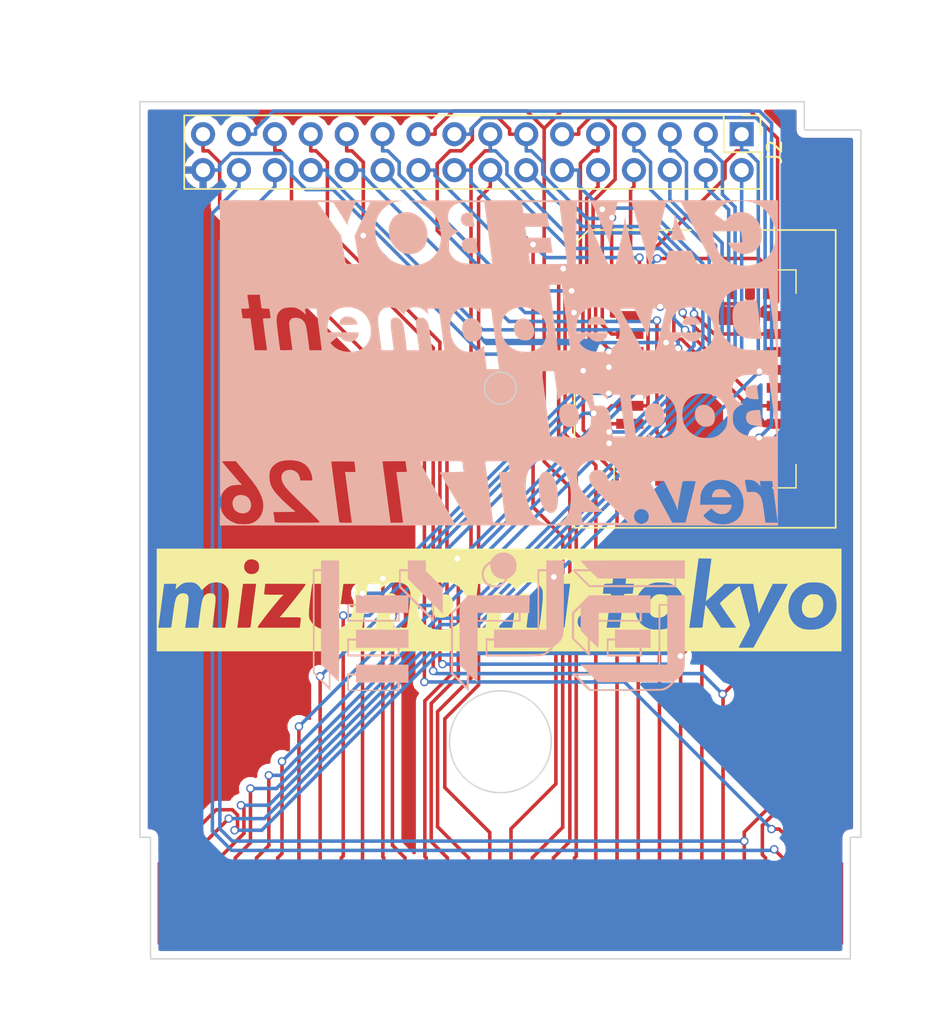
<source format=kicad_pcb>
(kicad_pcb (version 4) (host pcbnew 4.0.6)
  (layers (0 F.Cu signal) (31 B.Cu signal) (34 B.Paste user) (35 F.Paste user) (36 B.SilkS user) (37 F.SilkS user) (38 B.Mask user) (39 F.Mask user) (44 Edge.Cuts user))
  (net 0 "")
  (net 1 /RESET)
  (net 2 /CE)
  (net 3 A15)
  (net 4 A12)
  (net 5 A14)
  (net 6 A7)
  (net 7 A6)
  (net 8 A5)
  (net 9 A4)
  (net 10 A3)
  (net 11 A2)
  (net 12 A1)
  (net 13 A0)
  (net 14 D0)
  (net 15 D1)
  (net 16 D2)
  (net 17 D3)
  (net 18 D4)
  (net 19 D5)
  (net 20 D6)
  (net 21 D7)
  (net 22 A10)
  (net 23 A11)
  (net 24 A9)
  (net 25 A8)
  (net 26 A13)
  (net 27 CLK)
  (net 28 WR)
  (net 29 RD)
  (net 30 CS)
  (net 31 RESET)
  (net 32 AUDIO)
  (module Housings_LCC:PLCC-32_SMD-Socket (layer F.Cu) (at 152.997 92.3184)
    (fp_text reference J1 (at 0 -11.375) (layer F.SilkS))
    (fp_text value PLCC)
    (pad 1 smd rect (at -0.635 -6.5925) (size 0.7 1.925) (layers F.Cu F.Paste F.Mask) (net 1 /RESET))
    (pad 2 smd rect (at -1.905 -6.5925) (size 0.7 1.925) (layers F.Cu F.Paste F.Mask) (net 2 /CE))
    (pad 3 smd rect (at -3.175 -6.5925) (size 0.7 1.925) (layers F.Cu F.Paste F.Mask) (net 3 A15))
    (pad 4 smd rect (at -4.445 -6.5925) (size 0.7 1.925) (layers F.Cu F.Paste F.Mask) (net 4 A12))
    (pad 32 smd rect (at 0.635 -6.5925) (size 0.7 1.925) (layers F.Cu F.Paste F.Mask) (net 1 /RESET))
    (pad 31 smd rect (at 1.905 -6.5925) (size 0.7 1.925) (layers F.Cu F.Paste F.Mask) (net 1 /RESET))
    (pad 30 smd rect (at 3.175 -6.5925) (size 0.7 1.925) (layers F.Cu F.Paste F.Mask) (net 2 /CE))
    (pad 29 smd rect (at 4.445 -6.5925) (size 0.7 1.925) (layers F.Cu F.Paste F.Mask) (net 5 A14))
    (pad 5 smd rect (at -5.3225 -4.445) (size 1.925 0.7) (layers F.Cu F.Paste F.Mask) (net 6 A7))
    (pad 6 smd rect (at -5.3225 -3.175) (size 1.925 0.7) (layers F.Cu F.Paste F.Mask) (net 7 A6))
    (pad 7 smd rect (at -5.3225 -1.905) (size 1.925 0.7) (layers F.Cu F.Paste F.Mask) (net 8 A5))
    (pad 8 smd rect (at -5.3225 -0.635) (size 1.925 0.7) (layers F.Cu F.Paste F.Mask) (net 9 A4))
    (pad 9 smd rect (at -5.3225 0.635) (size 1.925 0.7) (layers F.Cu F.Paste F.Mask) (net 10 A3))
    (pad 10 smd rect (at -5.3225 1.905) (size 1.925 0.7) (layers F.Cu F.Paste F.Mask) (net 11 A2))
    (pad 11 smd rect (at -5.3225 3.175) (size 1.925 0.7) (layers F.Cu F.Paste F.Mask) (net 12 A1))
    (pad 12 smd rect (at -5.3225 4.445) (size 1.925 0.7) (layers F.Cu F.Paste F.Mask) (net 13 A0))
    (pad 13 smd rect (at -4.445 6.5925) (size 0.7 1.925) (layers F.Cu F.Paste F.Mask) (net 14 D0))
    (pad 14 smd rect (at -3.175 6.5925) (size 0.7 1.925) (layers F.Cu F.Paste F.Mask) (net 15 D1))
    (pad 15 smd rect (at -1.905 6.5925) (size 0.7 1.925) (layers F.Cu F.Paste F.Mask) (net 16 D2))
    (pad 16 smd rect (at -0.635 6.5925) (size 0.7 1.925) (layers F.Cu F.Paste F.Mask) (net 2 /CE))
    (pad 17 smd rect (at 0.635 6.5925) (size 0.7 1.925) (layers F.Cu F.Paste F.Mask) (net 17 D3))
    (pad 18 smd rect (at 1.905 6.5925) (size 0.7 1.925) (layers F.Cu F.Paste F.Mask) (net 18 D4))
    (pad 19 smd rect (at 3.175 6.5925) (size 0.7 1.925) (layers F.Cu F.Paste F.Mask) (net 19 D5))
    (pad 20 smd rect (at 4.445 6.5925) (size 0.7 1.925) (layers F.Cu F.Paste F.Mask) (net 20 D6))
    (pad 21 smd rect (at 5.3225 4.445) (size 1.925 0.7) (layers F.Cu F.Paste F.Mask) (net 21 D7))
    (pad 22 smd rect (at 5.3225 3.175) (size 1.925 0.7) (layers F.Cu F.Paste F.Mask) (net 2 /CE))
    (pad 23 smd rect (at 5.3225 1.905) (size 1.925 0.7) (layers F.Cu F.Paste F.Mask) (net 22 A10))
    (pad 24 smd rect (at 5.3225 0.635) (size 1.925 0.7) (layers F.Cu F.Paste F.Mask) (net 2 /CE))
    (pad 25 smd rect (at 5.3225 -0.635) (size 1.925 0.7) (layers F.Cu F.Paste F.Mask) (net 23 A11))
    (pad 26 smd rect (at 5.3225 -1.905) (size 1.925 0.7) (layers F.Cu F.Paste F.Mask) (net 24 A9))
    (pad 27 smd rect (at 5.3225 -3.175) (size 1.925 0.7) (layers F.Cu F.Paste F.Mask) (net 25 A8))
    (pad 28 smd rect (at 5.3225 -4.445) (size 1.925 0.7) (layers F.Cu F.Paste F.Mask) (net 26 A13))
  )
  (module Pin_Headers:Pin_Header_Straight_2x16_Pitch2.54mm (layer F.Cu) (at 155.586 75.0189 270)
    (fp_text reference J2 (at 1.27 -2.33 270) (layer F.SilkS))
    (fp_text value DEV)
    (pad 1 thru_hole rect (at 0 0 270) (size 1.7 1.7) (drill 1) (layers *.Cu *.Mask) (net 1 /RESET))
    (pad 2 thru_hole oval (at 2.54 0 270) (size 1.7 1.7) (drill 1) (layers *.Cu *.Mask) (net 27 CLK))
    (pad 3 thru_hole oval (at 0 2.54 270) (size 1.7 1.7) (drill 1) (layers *.Cu *.Mask) (net 28 WR))
    (pad 4 thru_hole oval (at 2.54 2.54 270) (size 1.7 1.7) (drill 1) (layers *.Cu *.Mask) (net 29 RD))
    (pad 5 thru_hole oval (at 0 5.08 270) (size 1.7 1.7) (drill 1) (layers *.Cu *.Mask) (net 30 CS))
    (pad 6 thru_hole oval (at 2.54 5.08 270) (size 1.7 1.7) (drill 1) (layers *.Cu *.Mask) (net 13 A0))
    (pad 7 thru_hole oval (at 0 7.62 270) (size 1.7 1.7) (drill 1) (layers *.Cu *.Mask) (net 12 A1))
    (pad 8 thru_hole oval (at 2.54 7.62 270) (size 1.7 1.7) (drill 1) (layers *.Cu *.Mask) (net 11 A2))
    (pad 9 thru_hole oval (at 0 10.16 270) (size 1.7 1.7) (drill 1) (layers *.Cu *.Mask) (net 10 A3))
    (pad 10 thru_hole oval (at 2.54 10.16 270) (size 1.7 1.7) (drill 1) (layers *.Cu *.Mask) (net 9 A4))
    (pad 11 thru_hole oval (at 0 12.7 270) (size 1.7 1.7) (drill 1) (layers *.Cu *.Mask) (net 8 A5))
    (pad 12 thru_hole oval (at 2.54 12.7 270) (size 1.7 1.7) (drill 1) (layers *.Cu *.Mask) (net 7 A6))
    (pad 13 thru_hole oval (at 0 15.24 270) (size 1.7 1.7) (drill 1) (layers *.Cu *.Mask) (net 6 A7))
    (pad 14 thru_hole oval (at 2.54 15.24 270) (size 1.7 1.7) (drill 1) (layers *.Cu *.Mask) (net 25 A8))
    (pad 15 thru_hole oval (at 0 17.78 270) (size 1.7 1.7) (drill 1) (layers *.Cu *.Mask) (net 24 A9))
    (pad 16 thru_hole oval (at 2.54 17.78 270) (size 1.7 1.7) (drill 1) (layers *.Cu *.Mask) (net 22 A10))
    (pad 17 thru_hole oval (at 0 20.32 270) (size 1.7 1.7) (drill 1) (layers *.Cu *.Mask) (net 23 A11))
    (pad 18 thru_hole oval (at 2.54 20.32 270) (size 1.7 1.7) (drill 1) (layers *.Cu *.Mask) (net 4 A12))
    (pad 19 thru_hole oval (at 0 22.86 270) (size 1.7 1.7) (drill 1) (layers *.Cu *.Mask) (net 26 A13))
    (pad 20 thru_hole oval (at 2.54 22.86 270) (size 1.7 1.7) (drill 1) (layers *.Cu *.Mask) (net 5 A14))
    (pad 21 thru_hole oval (at 0 25.4 270) (size 1.7 1.7) (drill 1) (layers *.Cu *.Mask) (net 3 A15))
    (pad 22 thru_hole oval (at 2.54 25.4 270) (size 1.7 1.7) (drill 1) (layers *.Cu *.Mask) (net 14 D0))
    (pad 23 thru_hole oval (at 0 27.94 270) (size 1.7 1.7) (drill 1) (layers *.Cu *.Mask) (net 15 D1))
    (pad 24 thru_hole oval (at 2.54 27.94 270) (size 1.7 1.7) (drill 1) (layers *.Cu *.Mask) (net 16 D2))
    (pad 25 thru_hole oval (at 0 30.48 270) (size 1.7 1.7) (drill 1) (layers *.Cu *.Mask) (net 17 D3))
    (pad 26 thru_hole oval (at 2.54 30.48 270) (size 1.7 1.7) (drill 1) (layers *.Cu *.Mask) (net 18 D4))
    (pad 27 thru_hole oval (at 0 33.02 270) (size 1.7 1.7) (drill 1) (layers *.Cu *.Mask) (net 19 D5))
    (pad 28 thru_hole oval (at 2.54 33.02 270) (size 1.7 1.7) (drill 1) (layers *.Cu *.Mask) (net 20 D6))
    (pad 29 thru_hole oval (at 0 35.56 270) (size 1.7 1.7) (drill 1) (layers *.Cu *.Mask) (net 21 D7))
    (pad 30 thru_hole oval (at 2.54 35.56 270) (size 1.7 1.7) (drill 1) (layers *.Cu *.Mask) (net 31 RESET))
    (pad 31 thru_hole oval (at 0 38.1 270) (size 1.7 1.7) (drill 1) (layers *.Cu *.Mask) (net 32 AUDIO))
    (pad 32 thru_hole oval (at 2.54 38.1 270) (size 1.7 1.7) (drill 1) (layers *.Cu *.Mask) (net 2 /CE))
  )
  (module doragasu-footprints:GB_CART_FINGERS (layer F.Cu) (at 138.519 129.402)
    (fp_text reference J3 hide)
    (fp_text value CART hide)
    (pad 1 smd rect (at -23.5 0) (size 1.5 5.8) (layers F.Cu F.Mask) (net 1 /RESET))
    (pad 2 smd rect (at -21.75 0) (size 1 5.8) (layers F.Cu F.Mask) (net 27 CLK))
    (pad 3 smd rect (at -20.25 0) (size 1 5.8) (layers F.Cu F.Mask) (net 28 WR))
    (pad 4 smd rect (at -18.75 0) (size 1 5.8) (layers F.Cu F.Mask) (net 29 RD))
    (pad 5 smd rect (at -17.25 0) (size 1 5.8) (layers F.Cu F.Mask) (net 30 CS))
    (pad 6 smd rect (at -15.75 0) (size 1 5.8) (layers F.Cu F.Mask) (net 13 A0))
    (pad 7 smd rect (at -14.25 0) (size 1 5.8) (layers F.Cu F.Mask) (net 12 A1))
    (pad 8 smd rect (at -12.75 0) (size 1 5.8) (layers F.Cu F.Mask) (net 11 A2))
    (pad 9 smd rect (at -11.25 0) (size 1 5.8) (layers F.Cu F.Mask) (net 10 A3))
    (pad 10 smd rect (at -9.75 0) (size 1 5.8) (layers F.Cu F.Mask) (net 9 A4))
    (pad 11 smd rect (at -8.25 0) (size 1 5.8) (layers F.Cu F.Mask) (net 8 A5))
    (pad 12 smd rect (at -6.75 0) (size 1 5.8) (layers F.Cu F.Mask) (net 7 A6))
    (pad 13 smd rect (at -5.25 0) (size 1 5.8) (layers F.Cu F.Mask) (net 6 A7))
    (pad 14 smd rect (at -3.75 0) (size 1 5.8) (layers F.Cu F.Mask) (net 25 A8))
    (pad 15 smd rect (at -2.25 0) (size 1 5.8) (layers F.Cu F.Mask) (net 24 A9))
    (pad 16 smd rect (at -0.75 0) (size 1 5.8) (layers F.Cu F.Mask) (net 22 A10))
    (pad 17 smd rect (at 0.75 0) (size 1 5.8) (layers F.Cu F.Mask) (net 23 A11))
    (pad 18 smd rect (at 2.25 0) (size 1 5.8) (layers F.Cu F.Mask) (net 4 A12))
    (pad 19 smd rect (at 3.75 0) (size 1 5.8) (layers F.Cu F.Mask) (net 26 A13))
    (pad 20 smd rect (at 5.25 0) (size 1 5.8) (layers F.Cu F.Mask) (net 5 A14))
    (pad 21 smd rect (at 6.75 0) (size 1 5.8) (layers F.Cu F.Mask) (net 3 A15))
    (pad 22 smd rect (at 8.25 0) (size 1 5.8) (layers F.Cu F.Mask) (net 14 D0))
    (pad 23 smd rect (at 9.75 0) (size 1 5.8) (layers F.Cu F.Mask) (net 15 D1))
    (pad 24 smd rect (at 11.25 0) (size 1 5.8) (layers F.Cu F.Mask) (net 16 D2))
    (pad 25 smd rect (at 12.75 0) (size 1 5.8) (layers F.Cu F.Mask) (net 17 D3))
    (pad 26 smd rect (at 14.25 0) (size 1 5.8) (layers F.Cu F.Mask) (net 18 D4))
    (pad 27 smd rect (at 15.75 0) (size 1 5.8) (layers F.Cu F.Mask) (net 19 D5))
    (pad 28 smd rect (at 17.25 0) (size 1 5.8) (layers F.Cu F.Mask) (net 20 D6))
    (pad 29 smd rect (at 18.75 0) (size 1 5.8) (layers F.Cu F.Mask) (net 21 D7))
    (pad 30 smd rect (at 20.25 0) (size 1 5.8) (layers F.Cu F.Mask) (net 31 RESET))
    (pad 31 smd rect (at 21.75 0) (size 1 5.8) (layers F.Cu F.Mask) (net 32 AUDIO))
    (pad 32 smd rect (at 23.5 0) (size 1.5 5.8) (layers F.Cu F.Mask) (net 2 /CE))
  )
  (module doragasu-footprints:LOGO_GB (layer B.Cu) (at 138.43 109.474 180)
    (fp_text reference G*** hide)
    (fp_text value LOGO hide)
  )
  (module doragasu-footprints:moji (layer B.Cu) (at 138.43 91.186 180)
    (fp_text reference G*** hide)
    (fp_text value LOGO hide)
  )
  (module doragasu-footprints:mizunomi (layer F.Cu) (at 138.43 107.95)
    (fp_text reference G*** hide)
    (fp_text value LOGO hide)
  )
  (gr_line (start 163.2689 124.7224) (end 163.2689 133.3224) (layer Edge.Cuts) (width 0.1))
  (gr_line (start 164.0189 124.7224) (end 163.2689 124.7224) (layer Edge.Cuts) (width 0.1))
  (gr_line (start 164.0189 74.7224) (end 164.0189 124.7224) (layer Edge.Cuts) (width 0.1))
  (gr_line (start 160.0189 74.7224) (end 164.0189 74.7224) (layer Edge.Cuts) (width 0.1))
  (gr_line (start 160.0189 72.7224) (end 160.0189 74.7224) (layer Edge.Cuts) (width 0.1))
  (gr_line (start 113.0189 72.7224) (end 160.0189 72.7224) (layer Edge.Cuts) (width 0.1))
  (gr_line (start 113.0189 124.7224) (end 113.0189 72.7224) (layer Edge.Cuts) (width 0.1))
  (gr_line (start 113.7689 124.7224) (end 113.0189 124.7224) (layer Edge.Cuts) (width 0.1))
  (gr_line (start 113.7689 133.3224) (end 113.7689 124.7224) (layer Edge.Cuts) (width 0.1))
  (gr_line (start 163.2689 133.3224) (end 113.7689 133.3224) (layer Edge.Cuts) (width 0.1))
  (gr_circle (center 138.5189 117.9724) (end 134.9189 117.9724) (layer Edge.Cuts) (width 0.1))
  (gr_circle (center 138.5189 92.9724) (end 137.3939 92.9724) (layer Edge.Cuts) (width 0.1))
  (via (at 119.7161 124.2272) (size 0.6) (layers F.Cu B.Cu) (net 1))
  (segment (start 154.902 84.4381) (end 153.632 84.4381) (width 0.25) (layer F.Cu) (net 1))
  (segment (start 154.902 85.7259) (end 154.902 84.4381) (width 0.25) (layer F.Cu) (net 1))
  (segment (start 155.586 75.0189) (end 155.586 76.1942) (width 0.25) (layer F.Cu) (net 1))
  (segment (start 153.632 85.082) (end 152.362 85.082) (width 0.25) (layer F.Cu) (net 1))
  (segment (start 152.362 85.7259) (end 152.362 85.082) (width 0.25) (layer F.Cu) (net 1))
  (segment (start 152.362 85.082) (end 152.362 84.4381) (width 0.25) (layer F.Cu) (net 1))
  (segment (start 153.632 85.7259) (end 153.632 85.082) (width 0.25) (layer F.Cu) (net 1))
  (segment (start 153.632 85.082) (end 153.632 84.4381) (width 0.25) (layer F.Cu) (net 1))
  (segment (start 149.3493 84.4381) (end 152.362 84.4381) (width 0.25) (layer F.Cu) (net 1))
  (segment (start 148.9792 84.068) (end 149.3493 84.4381) (width 0.25) (layer F.Cu) (net 1))
  (segment (start 148.9792 83.55) (end 148.9792 84.068) (width 0.25) (layer F.Cu) (net 1))
  (segment (start 154.4107 78.1185) (end 148.9792 83.55) (width 0.25) (layer F.Cu) (net 1))
  (segment (start 154.4107 77.0021) (end 154.4107 78.1185) (width 0.25) (layer F.Cu) (net 1))
  (segment (start 155.2186 76.1942) (end 154.4107 77.0021) (width 0.25) (layer F.Cu) (net 1))
  (segment (start 155.586 76.1942) (end 155.2186 76.1942) (width 0.25) (layer F.Cu) (net 1))
  (segment (start 115.019 129.402) (end 115.019 126.1767) (width 0.25) (layer F.Cu) (net 1))
  (segment (start 155.586 75.0189) (end 155.586 76.1942) (width 0.25) (layer B.Cu) (net 1))
  (segment (start 121.6382 124.2272) (end 119.7161 124.2272) (width 0.25) (layer B.Cu) (net 1))
  (segment (start 125.4978 120.3676) (end 121.6382 124.2272) (width 0.25) (layer B.Cu) (net 1))
  (segment (start 125.4978 120.3516) (end 125.4978 120.3676) (width 0.25) (layer B.Cu) (net 1))
  (segment (start 134.019 111.8304) (end 125.4978 120.3516) (width 0.25) (layer B.Cu) (net 1))
  (segment (start 135.4723 111.8304) (end 134.019 111.8304) (width 0.25) (layer B.Cu) (net 1))
  (segment (start 156.7613 90.5414) (end 135.4723 111.8304) (width 0.25) (layer B.Cu) (net 1))
  (segment (start 156.7613 77.0021) (end 156.7613 90.5414) (width 0.25) (layer B.Cu) (net 1))
  (segment (start 155.9534 76.1942) (end 156.7613 77.0021) (width 0.25) (layer B.Cu) (net 1))
  (segment (start 155.586 76.1942) (end 155.9534 76.1942) (width 0.25) (layer B.Cu) (net 1))
  (segment (start 118.4157 122.78) (end 115.019 126.1767) (width 0.25) (layer F.Cu) (net 1))
  (segment (start 119.5599 122.78) (end 118.4157 122.78) (width 0.25) (layer F.Cu) (net 1))
  (segment (start 119.9262 123.1463) (end 119.5599 122.78) (width 0.25) (layer F.Cu) (net 1))
  (segment (start 119.9262 124.0171) (end 119.9262 123.1463) (width 0.25) (layer F.Cu) (net 1))
  (segment (start 119.7161 124.2272) (end 119.9262 124.0171) (width 0.25) (layer F.Cu) (net 1))
  (via (at 150.2402 89.7493) (size 0.6) (layers F.Cu B.Cu) (net 2))
  (segment (start 158.3195 92.9534) (end 159.6073 92.9534) (width 0.25) (layer F.Cu) (net 2))
  (segment (start 162.019 97.9051) (end 159.6073 95.4934) (width 0.25) (layer F.Cu) (net 2))
  (segment (start 162.019 129.402) (end 162.019 97.9051) (width 0.25) (layer F.Cu) (net 2))
  (segment (start 158.3195 95.4934) (end 159.6073 95.4934) (width 0.25) (layer F.Cu) (net 2))
  (segment (start 159.6073 95.4934) (end 159.6073 92.9534) (width 0.25) (layer F.Cu) (net 2))
  (segment (start 158.3195 95.4934) (end 157.0317 95.4934) (width 0.25) (layer F.Cu) (net 2))
  (segment (start 152.362 98.9109) (end 152.362 97.6231) (width 0.25) (layer F.Cu) (net 2))
  (segment (start 150.4673 95.7284) (end 150.4673 89.7912) (width 0.25) (layer F.Cu) (net 2))
  (segment (start 152.362 97.6231) (end 150.4673 95.7284) (width 0.25) (layer F.Cu) (net 2))
  (segment (start 150.4254 89.7493) (end 150.2402 89.7493) (width 0.25) (layer F.Cu) (net 2))
  (segment (start 150.4673 89.7912) (end 150.4254 89.7493) (width 0.25) (layer F.Cu) (net 2))
  (segment (start 117.486 77.5589) (end 118.6613 77.5589) (width 0.25) (layer B.Cu) (net 2))
  (segment (start 151.3352 89.5136) (end 150.7872 89.5136) (width 0.25) (layer F.Cu) (net 2))
  (segment (start 157.0317 95.2101) (end 151.3352 89.5136) (width 0.25) (layer F.Cu) (net 2))
  (segment (start 157.0317 95.4934) (end 157.0317 95.2101) (width 0.25) (layer F.Cu) (net 2))
  (segment (start 150.7449 89.5136) (end 150.4673 89.7912) (width 0.25) (layer F.Cu) (net 2))
  (segment (start 150.7872 89.5136) (end 150.7449 89.5136) (width 0.25) (layer F.Cu) (net 2))
  (segment (start 150.7872 87.3185) (end 151.092 87.0137) (width 0.25) (layer F.Cu) (net 2))
  (segment (start 150.7872 89.5136) (end 150.7872 87.3185) (width 0.25) (layer F.Cu) (net 2))
  (segment (start 151.6866 87.0029) (end 151.092 87.0029) (width 0.25) (layer F.Cu) (net 2))
  (segment (start 151.6974 87.0137) (end 151.6866 87.0029) (width 0.25) (layer F.Cu) (net 2))
  (segment (start 156.172 87.0137) (end 151.6974 87.0137) (width 0.25) (layer F.Cu) (net 2))
  (segment (start 151.092 85.7259) (end 151.092 87.0029) (width 0.25) (layer F.Cu) (net 2))
  (segment (start 151.092 87.0029) (end 151.092 87.0137) (width 0.25) (layer F.Cu) (net 2))
  (segment (start 156.172 85.7259) (end 156.172 87.0137) (width 0.25) (layer F.Cu) (net 2))
  (segment (start 118.6613 77.1915) (end 118.6613 77.5589) (width 0.25) (layer B.Cu) (net 2))
  (segment (start 119.4692 76.3836) (end 118.6613 77.1915) (width 0.25) (layer B.Cu) (net 2))
  (segment (start 123.1446 76.3836) (end 119.4692 76.3836) (width 0.25) (layer B.Cu) (net 2))
  (segment (start 123.7414 76.9804) (end 123.1446 76.3836) (width 0.25) (layer B.Cu) (net 2))
  (segment (start 123.7414 77.9155) (end 123.7414 76.9804) (width 0.25) (layer B.Cu) (net 2))
  (segment (start 124.7651 78.9392) (end 123.7414 77.9155) (width 0.25) (layer B.Cu) (net 2))
  (segment (start 126.6915 78.9392) (end 124.7651 78.9392) (width 0.25) (layer B.Cu) (net 2))
  (segment (start 137.5016 89.7493) (end 126.6915 78.9392) (width 0.25) (layer B.Cu) (net 2))
  (segment (start 150.2402 89.7493) (end 137.5016 89.7493) (width 0.25) (layer B.Cu) (net 2))
  (via (at 143.5516 86.095) (size 0.6) (layers F.Cu B.Cu) (net 3))
  (via (at 149.822 87.214) (size 0.6) (layers F.Cu B.Cu) (net 3))
  (segment (start 130.186 75.0189) (end 130.186 76.1942) (width 0.25) (layer B.Cu) (net 3))
  (segment (start 145.269 129.402) (end 145.269 126.1767) (width 0.25) (layer F.Cu) (net 3))
  (segment (start 149.822 85.7259) (end 149.822 87.0137) (width 0.25) (layer F.Cu) (net 3))
  (segment (start 149.822 87.0137) (end 149.822 87.214) (width 0.25) (layer F.Cu) (net 3))
  (segment (start 148.703 86.095) (end 143.5516 86.095) (width 0.25) (layer B.Cu) (net 3))
  (segment (start 149.822 87.214) (end 148.703 86.095) (width 0.25) (layer B.Cu) (net 3))
  (segment (start 130.5534 76.1942) (end 130.186 76.1942) (width 0.25) (layer B.Cu) (net 3))
  (segment (start 131.3613 77.0021) (end 130.5534 76.1942) (width 0.25) (layer B.Cu) (net 3))
  (segment (start 131.3613 77.8739) (end 131.3613 77.0021) (width 0.25) (layer B.Cu) (net 3))
  (segment (start 139.5824 86.095) (end 131.3613 77.8739) (width 0.25) (layer B.Cu) (net 3))
  (segment (start 143.5516 86.095) (end 139.5824 86.095) (width 0.25) (layer B.Cu) (net 3))
  (segment (start 145.269 98.4297) (end 145.269 126.1767) (width 0.25) (layer F.Cu) (net 3))
  (segment (start 143.094 96.2547) (end 145.269 98.4297) (width 0.25) (layer F.Cu) (net 3))
  (segment (start 143.094 86.5526) (end 143.094 96.2547) (width 0.25) (layer F.Cu) (net 3))
  (segment (start 143.5516 86.095) (end 143.094 86.5526) (width 0.25) (layer F.Cu) (net 3))
  (via (at 140.8315 82.8186) (size 0.6) (layers F.Cu B.Cu) (net 4))
  (via (at 148.3538 83.7439) (size 0.6) (layers F.Cu B.Cu) (net 4))
  (segment (start 140.769 129.402) (end 140.769 126.1767) (width 0.25) (layer F.Cu) (net 4))
  (segment (start 148.552 85.7259) (end 148.552 84.4381) (width 0.25) (layer F.Cu) (net 4))
  (segment (start 135.266 77.5589) (end 136.4413 77.5589) (width 0.25) (layer B.Cu) (net 4))
  (segment (start 148.3538 84.2399) (end 148.552 84.4381) (width 0.25) (layer F.Cu) (net 4))
  (segment (start 148.3538 83.7439) (end 148.3538 84.2399) (width 0.25) (layer F.Cu) (net 4))
  (segment (start 140.8315 101.3864) (end 140.8315 82.8186) (width 0.25) (layer F.Cu) (net 4))
  (segment (start 142.9264 103.4813) (end 140.8315 101.3864) (width 0.25) (layer F.Cu) (net 4))
  (segment (start 142.9264 124.0193) (end 142.9264 103.4813) (width 0.25) (layer F.Cu) (net 4))
  (segment (start 140.769 126.1767) (end 142.9264 124.0193) (width 0.25) (layer F.Cu) (net 4))
  (segment (start 141.7568 83.7439) (end 140.8315 82.8186) (width 0.25) (layer B.Cu) (net 4))
  (segment (start 148.3538 83.7439) (end 141.7568 83.7439) (width 0.25) (layer B.Cu) (net 4))
  (segment (start 136.4413 78.4284) (end 140.8315 82.8186) (width 0.25) (layer B.Cu) (net 4))
  (segment (start 136.4413 77.5589) (end 136.4413 78.4284) (width 0.25) (layer B.Cu) (net 4))
  (via (at 142.9639 84.5219) (size 0.6) (layers F.Cu B.Cu) (net 5))
  (via (at 149.6045 83.809) (size 0.6) (layers F.Cu B.Cu) (net 5))
  (segment (start 143.769 129.402) (end 143.769 126.1767) (width 0.25) (layer F.Cu) (net 5))
  (segment (start 132.726 77.5589) (end 133.9013 77.5589) (width 0.25) (layer B.Cu) (net 5))
  (segment (start 140.4859 84.5219) (end 142.9639 84.5219) (width 0.25) (layer B.Cu) (net 5))
  (segment (start 133.9013 77.9373) (end 140.4859 84.5219) (width 0.25) (layer B.Cu) (net 5))
  (segment (start 133.9013 77.5589) (end 133.9013 77.9373) (width 0.25) (layer B.Cu) (net 5))
  (segment (start 157.442 85.7259) (end 157.442 84.4381) (width 0.25) (layer F.Cu) (net 5))
  (segment (start 156.8129 83.809) (end 149.6045 83.809) (width 0.25) (layer F.Cu) (net 5))
  (segment (start 157.442 84.4381) (end 156.8129 83.809) (width 0.25) (layer F.Cu) (net 5))
  (segment (start 148.8916 84.5219) (end 142.9639 84.5219) (width 0.25) (layer B.Cu) (net 5))
  (segment (start 149.6045 83.809) (end 148.8916 84.5219) (width 0.25) (layer B.Cu) (net 5))
  (segment (start 143.8816 126.0641) (end 143.769 126.1767) (width 0.25) (layer F.Cu) (net 5))
  (segment (start 143.8816 97.6793) (end 143.8816 126.0641) (width 0.25) (layer F.Cu) (net 5))
  (segment (start 142.6437 96.4414) (end 143.8816 97.6793) (width 0.25) (layer F.Cu) (net 5))
  (segment (start 142.6437 84.8421) (end 142.6437 96.4414) (width 0.25) (layer F.Cu) (net 5))
  (segment (start 142.9639 84.5219) (end 142.6437 84.8421) (width 0.25) (layer F.Cu) (net 5))
  (via (at 146.4152 80.918) (size 0.6) (layers F.Cu B.Cu) (net 6))
  (segment (start 147.6745 87.8734) (end 146.3867 87.8734) (width 0.25) (layer F.Cu) (net 6))
  (segment (start 140.346 75.0189) (end 140.346 76.1942) (width 0.25) (layer B.Cu) (net 6))
  (segment (start 146.3547 80.9785) (end 146.4152 80.918) (width 0.25) (layer B.Cu) (net 6))
  (segment (start 144.6354 80.9785) (end 146.3547 80.9785) (width 0.25) (layer B.Cu) (net 6))
  (segment (start 141.5213 77.8644) (end 144.6354 80.9785) (width 0.25) (layer B.Cu) (net 6))
  (segment (start 141.5213 77.0021) (end 141.5213 77.8644) (width 0.25) (layer B.Cu) (net 6))
  (segment (start 140.7134 76.1942) (end 141.5213 77.0021) (width 0.25) (layer B.Cu) (net 6))
  (segment (start 140.346 76.1942) (end 140.7134 76.1942) (width 0.25) (layer B.Cu) (net 6))
  (segment (start 146.3867 80.9465) (end 146.3867 87.8734) (width 0.25) (layer F.Cu) (net 6))
  (segment (start 146.4152 80.918) (end 146.3867 80.9465) (width 0.25) (layer F.Cu) (net 6))
  (segment (start 133.269 129.402) (end 133.269 126.1767) (width 0.25) (layer F.Cu) (net 6))
  (segment (start 140.346 75.0189) (end 139.1707 75.0189) (width 0.25) (layer F.Cu) (net 6))
  (segment (start 133.1758 126.0835) (end 133.269 126.1767) (width 0.25) (layer F.Cu) (net 6))
  (segment (start 133.1758 115.0794) (end 133.1758 126.0835) (width 0.25) (layer F.Cu) (net 6))
  (segment (start 135.0483 113.2069) (end 133.1758 115.0794) (width 0.25) (layer F.Cu) (net 6))
  (segment (start 135.0483 109.0863) (end 135.0483 113.2069) (width 0.25) (layer F.Cu) (net 6))
  (segment (start 134.7404 108.7784) (end 135.0483 109.0863) (width 0.25) (layer F.Cu) (net 6))
  (segment (start 134.7404 82.5197) (end 134.7404 108.7784) (width 0.25) (layer F.Cu) (net 6))
  (segment (start 134.0489 81.8282) (end 134.7404 82.5197) (width 0.25) (layer F.Cu) (net 6))
  (segment (start 134.0489 77.1112) (end 134.0489 81.8282) (width 0.25) (layer F.Cu) (net 6))
  (segment (start 134.9658 76.1943) (end 134.0489 77.1112) (width 0.25) (layer F.Cu) (net 6))
  (segment (start 135.7548 76.1943) (end 134.9658 76.1943) (width 0.25) (layer F.Cu) (net 6))
  (segment (start 136.536 75.4131) (end 135.7548 76.1943) (width 0.25) (layer F.Cu) (net 6))
  (segment (start 136.536 74.5575) (end 136.536 75.4131) (width 0.25) (layer F.Cu) (net 6))
  (segment (start 137.2499 73.8436) (end 136.536 74.5575) (width 0.25) (layer F.Cu) (net 6))
  (segment (start 138.3628 73.8436) (end 137.2499 73.8436) (width 0.25) (layer F.Cu) (net 6))
  (segment (start 139.1707 74.6515) (end 138.3628 73.8436) (width 0.25) (layer F.Cu) (net 6))
  (segment (start 139.1707 75.0189) (end 139.1707 74.6515) (width 0.25) (layer F.Cu) (net 6))
  (via (at 145.7246 80.3323) (size 0.6) (layers F.Cu B.Cu) (net 7))
  (via (at 130.8828 109.1434) (size 0.6) (layers F.Cu B.Cu) (net 7))
  (segment (start 142.886 77.5589) (end 144.0613 77.5589) (width 0.25) (layer B.Cu) (net 7))
  (segment (start 147.6745 89.1434) (end 146.3867 89.1434) (width 0.25) (layer F.Cu) (net 7))
  (segment (start 131.769 129.402) (end 131.769 126.1767) (width 0.25) (layer F.Cu) (net 7))
  (segment (start 145.7246 88.4813) (end 145.7246 80.3323) (width 0.25) (layer F.Cu) (net 7))
  (segment (start 146.3867 89.1434) (end 145.7246 88.4813) (width 0.25) (layer F.Cu) (net 7))
  (segment (start 144.0613 78.669) (end 145.7246 80.3323) (width 0.25) (layer B.Cu) (net 7))
  (segment (start 144.0613 77.5589) (end 144.0613 78.669) (width 0.25) (layer B.Cu) (net 7))
  (segment (start 130.8828 125.2905) (end 130.8828 109.1434) (width 0.25) (layer F.Cu) (net 7))
  (segment (start 131.769 126.1767) (end 130.8828 125.2905) (width 0.25) (layer F.Cu) (net 7))
  (segment (start 132.9262 107.1) (end 130.8828 109.1434) (width 0.25) (layer B.Cu) (net 7))
  (segment (start 134.2865 107.1) (end 132.9262 107.1) (width 0.25) (layer B.Cu) (net 7))
  (segment (start 150.0957 91.2908) (end 134.2865 107.1) (width 0.25) (layer B.Cu) (net 7))
  (segment (start 151.5383 91.2908) (end 150.0957 91.2908) (width 0.25) (layer B.Cu) (net 7))
  (segment (start 152.8384 89.9907) (end 151.5383 91.2908) (width 0.25) (layer B.Cu) (net 7))
  (segment (start 152.8384 84.1631) (end 152.8384 89.9907) (width 0.25) (layer B.Cu) (net 7))
  (segment (start 148.9201 80.2448) (end 152.8384 84.1631) (width 0.25) (layer B.Cu) (net 7))
  (segment (start 145.8121 80.2448) (end 148.9201 80.2448) (width 0.25) (layer B.Cu) (net 7))
  (segment (start 145.7246 80.3323) (end 145.8121 80.2448) (width 0.25) (layer B.Cu) (net 7))
  (via (at 130.2056 106.4382) (size 0.6) (layers F.Cu B.Cu) (net 8))
  (via (at 146.1789 90.3831) (size 0.6) (layers F.Cu B.Cu) (net 8))
  (segment (start 147.6745 90.4134) (end 146.3867 90.4134) (width 0.25) (layer F.Cu) (net 8))
  (segment (start 142.886 75.0189) (end 144.0613 75.0189) (width 0.25) (layer F.Cu) (net 8))
  (segment (start 130.269 129.402) (end 130.269 126.1767) (width 0.25) (layer F.Cu) (net 8))
  (segment (start 130.5637 106.4382) (end 130.2056 106.4382) (width 0.25) (layer B.Cu) (net 8))
  (segment (start 145.1195 91.8824) (end 130.5637 106.4382) (width 0.25) (layer B.Cu) (net 8))
  (segment (start 145.1195 91.4425) (end 145.1195 91.8824) (width 0.25) (layer B.Cu) (net 8))
  (segment (start 146.1789 90.3831) (end 145.1195 91.4425) (width 0.25) (layer B.Cu) (net 8))
  (segment (start 130.2056 126.1133) (end 130.2056 106.4382) (width 0.25) (layer F.Cu) (net 8))
  (segment (start 130.269 126.1767) (end 130.2056 126.1133) (width 0.25) (layer F.Cu) (net 8))
  (segment (start 146.2677 90.2943) (end 146.1789 90.3831) (width 0.25) (layer F.Cu) (net 8))
  (segment (start 146.2677 90.2943) (end 146.3867 90.4134) (width 0.25) (layer F.Cu) (net 8))
  (segment (start 144.0613 74.6516) (end 144.0613 75.0189) (width 0.25) (layer F.Cu) (net 8))
  (segment (start 144.8843 73.8286) (end 144.0613 74.6516) (width 0.25) (layer F.Cu) (net 8))
  (segment (start 145.9604 73.8286) (end 144.8843 73.8286) (width 0.25) (layer F.Cu) (net 8))
  (segment (start 146.6349 74.5031) (end 145.9604 73.8286) (width 0.25) (layer F.Cu) (net 8))
  (segment (start 146.6349 78.2108) (end 146.6349 74.5031) (width 0.25) (layer F.Cu) (net 8))
  (segment (start 145.0776 79.7681) (end 146.6349 78.2108) (width 0.25) (layer F.Cu) (net 8))
  (segment (start 145.0776 86.6205) (end 145.0776 79.7681) (width 0.25) (layer F.Cu) (net 8))
  (segment (start 145.2564 86.7993) (end 145.0776 86.6205) (width 0.25) (layer F.Cu) (net 8))
  (segment (start 145.2564 89.2831) (end 145.2564 86.7993) (width 0.25) (layer F.Cu) (net 8))
  (segment (start 146.2677 90.2943) (end 145.2564 89.2831) (width 0.25) (layer F.Cu) (net 8))
  (via (at 128.769 107.476) (size 0.6) (layers F.Cu B.Cu) (net 9))
  (via (at 146.1954 91.4921) (size 0.6) (layers F.Cu B.Cu) (net 9))
  (segment (start 147.6745 91.6834) (end 146.3867 91.6834) (width 0.25) (layer F.Cu) (net 9))
  (segment (start 146.1954 91.4921) (end 146.3867 91.6834) (width 0.25) (layer F.Cu) (net 9))
  (segment (start 128.769 129.402) (end 128.769 126.1767) (width 0.25) (layer F.Cu) (net 9))
  (segment (start 145.426 77.5589) (end 145.426 78.7342) (width 0.25) (layer F.Cu) (net 9))
  (segment (start 128.769 126.1767) (end 128.769 107.476) (width 0.25) (layer F.Cu) (net 9))
  (segment (start 146.1685 91.4921) (end 146.1954 91.4921) (width 0.25) (layer B.Cu) (net 9))
  (segment (start 130.1846 107.476) (end 146.1685 91.4921) (width 0.25) (layer B.Cu) (net 9))
  (segment (start 128.769 107.476) (end 130.1846 107.476) (width 0.25) (layer B.Cu) (net 9))
  (segment (start 144.6273 79.5329) (end 145.426 78.7342) (width 0.25) (layer F.Cu) (net 9))
  (segment (start 144.6273 86.8071) (end 144.6273 79.5329) (width 0.25) (layer F.Cu) (net 9))
  (segment (start 144.8061 86.9859) (end 144.6273 86.8071) (width 0.25) (layer F.Cu) (net 9))
  (segment (start 144.8061 90.1028) (end 144.8061 86.9859) (width 0.25) (layer F.Cu) (net 9))
  (segment (start 146.1954 91.4921) (end 144.8061 90.1028) (width 0.25) (layer F.Cu) (net 9))
  (via (at 127.4028 109.0476) (size 0.6) (layers F.Cu B.Cu) (net 10))
  (via (at 146.1785 93.3432) (size 0.6) (layers F.Cu B.Cu) (net 10))
  (segment (start 147.6745 92.9534) (end 146.3867 92.9534) (width 0.25) (layer F.Cu) (net 10))
  (segment (start 127.269 129.402) (end 127.269 126.1767) (width 0.25) (layer F.Cu) (net 10))
  (segment (start 127.4028 126.0429) (end 127.4028 109.0476) (width 0.25) (layer F.Cu) (net 10))
  (segment (start 127.269 126.1767) (end 127.4028 126.0429) (width 0.25) (layer F.Cu) (net 10))
  (segment (start 144.9544 93.3432) (end 146.1785 93.3432) (width 0.25) (layer B.Cu) (net 10))
  (segment (start 129.25 109.0476) (end 144.9544 93.3432) (width 0.25) (layer B.Cu) (net 10))
  (segment (start 127.4028 109.0476) (end 129.25 109.0476) (width 0.25) (layer B.Cu) (net 10))
  (segment (start 145.426 75.0189) (end 145.426 76.1942) (width 0.25) (layer F.Cu) (net 10))
  (segment (start 146.3867 93.135) (end 146.3867 92.9534) (width 0.25) (layer F.Cu) (net 10))
  (segment (start 146.1785 93.3432) (end 146.3867 93.135) (width 0.25) (layer F.Cu) (net 10))
  (segment (start 145.0587 76.1942) (end 145.426 76.1942) (width 0.25) (layer F.Cu) (net 10))
  (segment (start 144.1769 77.076) (end 145.0587 76.1942) (width 0.25) (layer F.Cu) (net 10))
  (segment (start 144.1769 86.9936) (end 144.1769 77.076) (width 0.25) (layer F.Cu) (net 10))
  (segment (start 144.3558 87.1725) (end 144.1769 86.9936) (width 0.25) (layer F.Cu) (net 10))
  (segment (start 144.3558 90.8312) (end 144.3558 87.1725) (width 0.25) (layer F.Cu) (net 10))
  (segment (start 146.3867 92.8621) (end 144.3558 90.8312) (width 0.25) (layer F.Cu) (net 10))
  (segment (start 146.3867 92.9534) (end 146.3867 92.8621) (width 0.25) (layer F.Cu) (net 10))
  (via (at 125.769 113.3501) (size 0.6) (layers F.Cu B.Cu) (net 11))
  (via (at 145.1135 94.7517) (size 0.6) (layers F.Cu B.Cu) (net 11))
  (segment (start 147.6745 94.2234) (end 148.9623 94.2234) (width 0.25) (layer F.Cu) (net 11))
  (segment (start 147.966 77.5589) (end 147.966 78.7342) (width 0.25) (layer F.Cu) (net 11))
  (segment (start 147.6745 94.2234) (end 146.3867 94.2234) (width 0.25) (layer F.Cu) (net 11))
  (segment (start 125.769 129.402) (end 125.769 113.3501) (width 0.25) (layer F.Cu) (net 11))
  (segment (start 148.9623 87.3192) (end 148.9623 94.2234) (width 0.25) (layer F.Cu) (net 11))
  (segment (start 148.8411 87.198) (end 148.9623 87.3192) (width 0.25) (layer F.Cu) (net 11))
  (segment (start 148.2382 87.198) (end 148.8411 87.198) (width 0.25) (layer F.Cu) (net 11))
  (segment (start 147.7285 86.6883) (end 148.2382 87.198) (width 0.25) (layer F.Cu) (net 11))
  (segment (start 147.7285 78.9717) (end 147.7285 86.6883) (width 0.25) (layer F.Cu) (net 11))
  (segment (start 147.966 78.7342) (end 147.7285 78.9717) (width 0.25) (layer F.Cu) (net 11))
  (segment (start 144.3674 94.7517) (end 145.1135 94.7517) (width 0.25) (layer B.Cu) (net 11))
  (segment (start 125.769 113.3501) (end 144.3674 94.7517) (width 0.25) (layer B.Cu) (net 11))
  (segment (start 145.8584 94.7517) (end 146.3867 94.2234) (width 0.25) (layer F.Cu) (net 11))
  (segment (start 145.1135 94.7517) (end 145.8584 94.7517) (width 0.25) (layer F.Cu) (net 11))
  (via (at 146.2005 96.0705) (size 0.6) (layers F.Cu B.Cu) (net 12))
  (via (at 124.269 116.8929) (size 0.6) (layers F.Cu B.Cu) (net 12))
  (segment (start 147.6745 95.4934) (end 146.3867 95.4934) (width 0.25) (layer F.Cu) (net 12))
  (segment (start 147.966 75.0189) (end 147.966 76.1942) (width 0.25) (layer B.Cu) (net 12))
  (segment (start 124.269 129.402) (end 124.269 126.1767) (width 0.25) (layer F.Cu) (net 12))
  (segment (start 146.2005 95.6796) (end 146.2005 96.0705) (width 0.25) (layer F.Cu) (net 12))
  (segment (start 146.3867 95.4934) (end 146.2005 95.6796) (width 0.25) (layer F.Cu) (net 12))
  (segment (start 124.269 126.1767) (end 124.269 116.8929) (width 0.25) (layer F.Cu) (net 12))
  (segment (start 147.3955 96.0705) (end 146.2005 96.0705) (width 0.25) (layer B.Cu) (net 12))
  (segment (start 153.2887 90.1773) (end 147.3955 96.0705) (width 0.25) (layer B.Cu) (net 12))
  (segment (start 153.2887 83.0736) (end 153.2887 90.1773) (width 0.25) (layer B.Cu) (net 12))
  (segment (start 149.1413 78.9262) (end 153.2887 83.0736) (width 0.25) (layer B.Cu) (net 12))
  (segment (start 149.1413 77.0021) (end 149.1413 78.9262) (width 0.25) (layer B.Cu) (net 12))
  (segment (start 148.3334 76.1942) (end 149.1413 77.0021) (width 0.25) (layer B.Cu) (net 12))
  (segment (start 147.966 76.1942) (end 148.3334 76.1942) (width 0.25) (layer B.Cu) (net 12))
  (segment (start 132.8237 108.3382) (end 124.269 116.8929) (width 0.25) (layer B.Cu) (net 12))
  (segment (start 133.8222 108.3382) (end 132.8237 108.3382) (width 0.25) (layer B.Cu) (net 12))
  (segment (start 146.0899 96.0705) (end 133.8222 108.3382) (width 0.25) (layer B.Cu) (net 12))
  (segment (start 146.2005 96.0705) (end 146.0899 96.0705) (width 0.25) (layer B.Cu) (net 12))
  (via (at 146.2114 96.8709) (size 0.6) (layers F.Cu B.Cu) (net 13))
  (via (at 123.0713 119.3621) (size 0.6) (layers F.Cu B.Cu) (net 13))
  (segment (start 147.6745 96.7634) (end 146.3867 96.7634) (width 0.25) (layer F.Cu) (net 13))
  (segment (start 150.506 77.5589) (end 150.506 78.7342) (width 0.25) (layer B.Cu) (net 13))
  (segment (start 146.3189 96.7634) (end 146.2114 96.8709) (width 0.25) (layer F.Cu) (net 13))
  (segment (start 146.3867 96.7634) (end 146.3189 96.7634) (width 0.25) (layer F.Cu) (net 13))
  (segment (start 147.232 96.8709) (end 146.2114 96.8709) (width 0.25) (layer B.Cu) (net 13))
  (segment (start 153.739 90.3639) (end 147.232 96.8709) (width 0.25) (layer B.Cu) (net 13))
  (segment (start 153.739 82.887) (end 153.739 90.3639) (width 0.25) (layer B.Cu) (net 13))
  (segment (start 150.506 79.654) (end 153.739 82.887) (width 0.25) (layer B.Cu) (net 13))
  (segment (start 150.506 78.7342) (end 150.506 79.654) (width 0.25) (layer B.Cu) (net 13))
  (segment (start 123.0713 125.8744) (end 123.0713 119.3621) (width 0.25) (layer F.Cu) (net 13))
  (segment (start 122.769 126.1767) (end 123.0713 125.8744) (width 0.25) (layer F.Cu) (net 13))
  (segment (start 134.2938 108.7885) (end 146.2114 96.8709) (width 0.25) (layer B.Cu) (net 13))
  (segment (start 133.6449 108.7885) (end 134.2938 108.7885) (width 0.25) (layer B.Cu) (net 13))
  (segment (start 123.0713 119.3621) (end 133.6449 108.7885) (width 0.25) (layer B.Cu) (net 13))
  (segment (start 122.769 129.402) (end 122.769 126.1767) (width 0.25) (layer F.Cu) (net 13))
  (via (at 143.7193 87.6341) (size 0.6) (layers F.Cu B.Cu) (net 14))
  (segment (start 146.769 129.402) (end 146.769 126.1767) (width 0.25) (layer F.Cu) (net 14))
  (segment (start 148.552 98.9109) (end 148.552 100.1987) (width 0.25) (layer F.Cu) (net 14))
  (segment (start 140.2612 87.6341) (end 130.186 77.5589) (width 0.25) (layer B.Cu) (net 14))
  (segment (start 143.7193 87.6341) (end 140.2612 87.6341) (width 0.25) (layer B.Cu) (net 14))
  (segment (start 143.7193 96.0716) (end 143.7193 87.6341) (width 0.25) (layer F.Cu) (net 14))
  (segment (start 146.769 99.1213) (end 143.7193 96.0716) (width 0.25) (layer F.Cu) (net 14))
  (segment (start 146.769 100.1987) (end 146.769 99.1213) (width 0.25) (layer F.Cu) (net 14))
  (segment (start 146.769 126.1767) (end 146.769 100.1987) (width 0.25) (layer F.Cu) (net 14))
  (segment (start 146.769 100.1987) (end 148.552 100.1987) (width 0.25) (layer F.Cu) (net 14))
  (via (at 144.3788 91.7386) (size 0.6) (layers F.Cu B.Cu) (net 15))
  (via (at 128.8213 82.1833) (size 0.6) (layers F.Cu B.Cu) (net 15))
  (segment (start 149.822 100.8318) (end 149.822 98.9109) (width 0.25) (layer F.Cu) (net 15))
  (segment (start 148.269 102.3848) (end 149.822 100.8318) (width 0.25) (layer F.Cu) (net 15))
  (segment (start 148.269 129.402) (end 148.269 102.3848) (width 0.25) (layer F.Cu) (net 15))
  (segment (start 127.646 75.0189) (end 127.646 76.1942) (width 0.25) (layer F.Cu) (net 15))
  (segment (start 149.822 98.9109) (end 149.822 97.6231) (width 0.25) (layer F.Cu) (net 15))
  (segment (start 137.2078 90.5698) (end 128.8213 82.1833) (width 0.25) (layer B.Cu) (net 15))
  (segment (start 143.21 90.5698) (end 137.2078 90.5698) (width 0.25) (layer B.Cu) (net 15))
  (segment (start 144.3788 91.7386) (end 143.21 90.5698) (width 0.25) (layer B.Cu) (net 15))
  (segment (start 128.0134 76.1942) (end 127.646 76.1942) (width 0.25) (layer F.Cu) (net 15))
  (segment (start 128.8213 77.0021) (end 128.0134 76.1942) (width 0.25) (layer F.Cu) (net 15))
  (segment (start 128.8213 82.1833) (end 128.8213 77.0021) (width 0.25) (layer F.Cu) (net 15))
  (segment (start 144.3788 95.9227) (end 144.3788 91.7386) (width 0.25) (layer F.Cu) (net 15))
  (segment (start 146.0792 97.6231) (end 144.3788 95.9227) (width 0.25) (layer F.Cu) (net 15))
  (segment (start 149.822 97.6231) (end 146.0792 97.6231) (width 0.25) (layer F.Cu) (net 15))
  (via (at 149.5907 88.1912) (size 0.6) (layers F.Cu B.Cu) (net 16))
  (segment (start 151.092 99.5548) (end 151.092 100.1987) (width 0.25) (layer F.Cu) (net 16))
  (segment (start 149.769 101.5217) (end 151.092 100.1987) (width 0.25) (layer F.Cu) (net 16))
  (segment (start 149.769 129.402) (end 149.769 101.5217) (width 0.25) (layer F.Cu) (net 16))
  (segment (start 151.092 99.5548) (end 151.092 98.9109) (width 0.25) (layer F.Cu) (net 16))
  (segment (start 151.092 98.9109) (end 151.092 97.6231) (width 0.25) (layer F.Cu) (net 16))
  (segment (start 127.646 77.5589) (end 128.8213 77.5589) (width 0.25) (layer B.Cu) (net 16))
  (segment (start 149.5907 96.1218) (end 149.5907 88.1912) (width 0.25) (layer F.Cu) (net 16))
  (segment (start 151.092 97.6231) (end 149.5907 96.1218) (width 0.25) (layer F.Cu) (net 16))
  (segment (start 149.5225 88.2594) (end 149.5907 88.1912) (width 0.25) (layer B.Cu) (net 16))
  (segment (start 139.1364 88.2594) (end 149.5225 88.2594) (width 0.25) (layer B.Cu) (net 16))
  (segment (start 128.8213 77.9443) (end 139.1364 88.2594) (width 0.25) (layer B.Cu) (net 16))
  (segment (start 128.8213 77.5589) (end 128.8213 77.9443) (width 0.25) (layer B.Cu) (net 16))
  (via (at 151.2515 111.9108) (size 0.6) (layers F.Cu B.Cu) (net 17))
  (via (at 134.4229 112.4849) (size 0.6) (layers F.Cu B.Cu) (net 17))
  (segment (start 151.269 129.402) (end 151.269 126.1767) (width 0.25) (layer F.Cu) (net 17))
  (segment (start 125.106 75.0189) (end 125.106 76.1942) (width 0.25) (layer F.Cu) (net 17))
  (segment (start 151.269 111.9283) (end 151.2515 111.9108) (width 0.25) (layer F.Cu) (net 17))
  (segment (start 151.269 126.1767) (end 151.269 111.9283) (width 0.25) (layer F.Cu) (net 17))
  (segment (start 153.632 109.5303) (end 153.632 98.9109) (width 0.25) (layer F.Cu) (net 17))
  (segment (start 151.2515 111.9108) (end 153.632 109.5303) (width 0.25) (layer F.Cu) (net 17))
  (segment (start 150.6774 112.4849) (end 134.4229 112.4849) (width 0.25) (layer B.Cu) (net 17))
  (segment (start 151.2515 111.9108) (end 150.6774 112.4849) (width 0.25) (layer B.Cu) (net 17))
  (segment (start 134.2398 112.3018) (end 134.4229 112.4849) (width 0.25) (layer F.Cu) (net 17))
  (segment (start 134.2398 89.7217) (end 134.2398 112.3018) (width 0.25) (layer F.Cu) (net 17))
  (segment (start 126.2813 81.7632) (end 134.2398 89.7217) (width 0.25) (layer F.Cu) (net 17))
  (segment (start 126.2813 77.0021) (end 126.2813 81.7632) (width 0.25) (layer F.Cu) (net 17))
  (segment (start 125.4734 76.1942) (end 126.2813 77.0021) (width 0.25) (layer F.Cu) (net 17))
  (segment (start 125.106 76.1942) (end 125.4734 76.1942) (width 0.25) (layer F.Cu) (net 17))
  (via (at 151.0926 90.1567) (size 0.6) (layers F.Cu B.Cu) (net 18))
  (segment (start 152.769 129.402) (end 152.769 126.1767) (width 0.25) (layer F.Cu) (net 18))
  (segment (start 154.902 109.9886) (end 154.902 98.9109) (width 0.25) (layer F.Cu) (net 18))
  (segment (start 152.769 112.1216) (end 154.902 109.9886) (width 0.25) (layer F.Cu) (net 18))
  (segment (start 152.769 126.1767) (end 152.769 112.1216) (width 0.25) (layer F.Cu) (net 18))
  (segment (start 125.106 77.5589) (end 126.2813 77.5589) (width 0.25) (layer B.Cu) (net 18))
  (segment (start 154.902 93.9661) (end 151.0926 90.1567) (width 0.25) (layer F.Cu) (net 18))
  (segment (start 154.902 98.9109) (end 154.902 93.9661) (width 0.25) (layer F.Cu) (net 18))
  (segment (start 126.2813 77.8921) (end 126.2813 77.5589) (width 0.25) (layer B.Cu) (net 18))
  (segment (start 137.2379 88.8487) (end 126.2813 77.8921) (width 0.25) (layer B.Cu) (net 18))
  (segment (start 150.224 88.8487) (end 137.2379 88.8487) (width 0.25) (layer B.Cu) (net 18))
  (segment (start 151.0926 89.7173) (end 150.224 88.8487) (width 0.25) (layer B.Cu) (net 18))
  (segment (start 151.0926 90.1567) (end 151.0926 89.7173) (width 0.25) (layer B.Cu) (net 18))
  (via (at 154.2403 114.6025) (size 0.6) (layers F.Cu B.Cu) (net 19))
  (via (at 133.7673 112.9664) (size 0.6) (layers F.Cu B.Cu) (net 19))
  (segment (start 154.269 129.402) (end 154.269 126.1767) (width 0.25) (layer F.Cu) (net 19))
  (segment (start 122.566 75.0189) (end 122.566 76.1942) (width 0.25) (layer F.Cu) (net 19))
  (segment (start 154.269 114.6025) (end 154.2403 114.6025) (width 0.25) (layer F.Cu) (net 19))
  (segment (start 154.269 126.1767) (end 154.269 114.6025) (width 0.25) (layer F.Cu) (net 19))
  (segment (start 156.172 112.6995) (end 156.172 98.9109) (width 0.25) (layer F.Cu) (net 19))
  (segment (start 154.269 114.6025) (end 156.172 112.6995) (width 0.25) (layer F.Cu) (net 19))
  (segment (start 133.9539 113.153) (end 133.7673 112.9664) (width 0.25) (layer B.Cu) (net 19))
  (segment (start 152.7908 113.153) (end 133.9539 113.153) (width 0.25) (layer B.Cu) (net 19))
  (segment (start 154.2403 114.6025) (end 152.7908 113.153) (width 0.25) (layer B.Cu) (net 19))
  (segment (start 133.7673 90.1306) (end 133.7673 112.9664) (width 0.25) (layer F.Cu) (net 19))
  (segment (start 123.7413 80.1046) (end 133.7673 90.1306) (width 0.25) (layer F.Cu) (net 19))
  (segment (start 123.7413 77.0021) (end 123.7413 80.1046) (width 0.25) (layer F.Cu) (net 19))
  (segment (start 122.9334 76.1942) (end 123.7413 77.0021) (width 0.25) (layer F.Cu) (net 19))
  (segment (start 122.566 76.1942) (end 122.9334 76.1942) (width 0.25) (layer F.Cu) (net 19))
  (via (at 155.769 124.9948) (size 0.6) (layers F.Cu B.Cu) (net 20))
  (segment (start 155.769 129.402) (end 155.769 126.1767) (width 0.25) (layer F.Cu) (net 20))
  (segment (start 155.769 124.9948) (end 155.769 126.1767) (width 0.25) (layer F.Cu) (net 20))
  (segment (start 122.566 77.5589) (end 122.566 78.7342) (width 0.25) (layer B.Cu) (net 20))
  (segment (start 155.769 124.3579) (end 155.769 124.9948) (width 0.25) (layer F.Cu) (net 20))
  (segment (start 157.442 122.6849) (end 155.769 124.3579) (width 0.25) (layer F.Cu) (net 20))
  (segment (start 157.442 98.9109) (end 157.442 122.6849) (width 0.25) (layer F.Cu) (net 20))
  (segment (start 118.6754 82.6248) (end 122.566 78.7342) (width 0.25) (layer B.Cu) (net 20))
  (segment (start 118.6754 124.1204) (end 118.6754 82.6248) (width 0.25) (layer B.Cu) (net 20))
  (segment (start 119.5498 124.9948) (end 118.6754 124.1204) (width 0.25) (layer B.Cu) (net 20))
  (segment (start 155.769 124.9948) (end 119.5498 124.9948) (width 0.25) (layer B.Cu) (net 20))
  (via (at 156.827 96.4784) (size 0.6) (layers F.Cu B.Cu) (net 21))
  (segment (start 158.3195 96.7634) (end 157.1443 96.7634) (width 0.25) (layer F.Cu) (net 21))
  (segment (start 121.2013 74.6516) (end 121.2013 75.0189) (width 0.25) (layer B.Cu) (net 21))
  (segment (start 122.4669 73.386) (end 121.2013 74.6516) (width 0.25) (layer B.Cu) (net 21))
  (segment (start 156.8453 73.386) (end 122.4669 73.386) (width 0.25) (layer B.Cu) (net 21))
  (segment (start 157.6999 74.2406) (end 156.8453 73.386) (width 0.25) (layer B.Cu) (net 21))
  (segment (start 157.6999 95.6055) (end 157.6999 74.2406) (width 0.25) (layer B.Cu) (net 21))
  (segment (start 156.827 96.4784) (end 157.6999 95.6055) (width 0.25) (layer B.Cu) (net 21))
  (segment (start 120.026 75.0189) (end 121.2013 75.0189) (width 0.25) (layer B.Cu) (net 21))
  (segment (start 157.112 96.7634) (end 156.827 96.4784) (width 0.25) (layer F.Cu) (net 21))
  (segment (start 157.1443 96.7634) (end 157.112 96.7634) (width 0.25) (layer F.Cu) (net 21))
  (segment (start 157.0317 97.2699) (end 157.0317 96.7634) (width 0.25) (layer F.Cu) (net 21))
  (segment (start 157.2005 97.4387) (end 157.0317 97.2699) (width 0.25) (layer F.Cu) (net 21))
  (segment (start 157.7561 97.4387) (end 157.2005 97.4387) (width 0.25) (layer F.Cu) (net 21))
  (segment (start 158.1258 97.8084) (end 157.7561 97.4387) (width 0.25) (layer F.Cu) (net 21))
  (segment (start 158.1258 122.8043) (end 158.1258 97.8084) (width 0.25) (layer F.Cu) (net 21))
  (segment (start 157.048 123.8821) (end 158.1258 122.8043) (width 0.25) (layer F.Cu) (net 21))
  (segment (start 157.048 125.9557) (end 157.048 123.8821) (width 0.25) (layer F.Cu) (net 21))
  (segment (start 157.269 126.1767) (end 157.048 125.9557) (width 0.25) (layer F.Cu) (net 21))
  (segment (start 157.269 129.402) (end 157.269 126.1767) (width 0.25) (layer F.Cu) (net 21))
  (segment (start 158.3195 96.7634) (end 157.0317 96.7634) (width 0.25) (layer F.Cu) (net 21))
  (via (at 151.5783 88.8533) (size 0.6) (layers F.Cu B.Cu) (net 22))
  (segment (start 158.3195 94.2234) (end 157.0317 94.2234) (width 0.25) (layer F.Cu) (net 22))
  (segment (start 150.7873 88.0623) (end 151.5783 88.8533) (width 0.25) (layer B.Cu) (net 22))
  (segment (start 150.7873 84.0727) (end 150.7873 88.0623) (width 0.25) (layer B.Cu) (net 22))
  (segment (start 149.8112 83.0966) (end 150.7873 84.0727) (width 0.25) (layer B.Cu) (net 22))
  (segment (start 143.3437 83.0966) (end 149.8112 83.0966) (width 0.25) (layer B.Cu) (net 22))
  (segment (start 137.806 77.5589) (end 143.3437 83.0966) (width 0.25) (layer B.Cu) (net 22))
  (segment (start 151.6616 88.8533) (end 157.0317 94.2234) (width 0.25) (layer F.Cu) (net 22))
  (segment (start 151.5783 88.8533) (end 151.6616 88.8533) (width 0.25) (layer F.Cu) (net 22))
  (segment (start 136.9749 79.5653) (end 137.806 78.7342) (width 0.25) (layer F.Cu) (net 22))
  (segment (start 136.9749 113.9649) (end 136.9749 79.5653) (width 0.25) (layer F.Cu) (net 22))
  (segment (start 134.5868 116.353) (end 136.9749 113.9649) (width 0.25) (layer F.Cu) (net 22))
  (segment (start 134.5868 121.2081) (end 134.5868 116.353) (width 0.25) (layer F.Cu) (net 22))
  (segment (start 137.769 124.3903) (end 134.5868 121.2081) (width 0.25) (layer F.Cu) (net 22))
  (segment (start 137.769 129.402) (end 137.769 124.3903) (width 0.25) (layer F.Cu) (net 22))
  (segment (start 137.806 77.5589) (end 137.806 78.7342) (width 0.25) (layer F.Cu) (net 22))
  (via (at 156.8386 91.7791) (size 0.6) (layers F.Cu B.Cu) (net 23))
  (via (at 142.301 106.3167) (size 0.6) (layers F.Cu B.Cu) (net 23))
  (segment (start 158.3195 91.6834) (end 157.0317 91.6834) (width 0.25) (layer F.Cu) (net 23))
  (segment (start 135.266 75.0189) (end 136.4413 75.0189) (width 0.25) (layer B.Cu) (net 23))
  (segment (start 156.936 91.7791) (end 156.8386 91.7791) (width 0.25) (layer F.Cu) (net 23))
  (segment (start 157.0317 91.6834) (end 156.936 91.7791) (width 0.25) (layer F.Cu) (net 23))
  (segment (start 156.8386 91.7791) (end 142.301 106.3167) (width 0.25) (layer B.Cu) (net 23))
  (segment (start 136.4413 74.6516) (end 136.4413 75.0189) (width 0.25) (layer B.Cu) (net 23))
  (segment (start 137.2494 73.8435) (end 136.4413 74.6516) (width 0.25) (layer B.Cu) (net 23))
  (segment (start 156.5971 73.8435) (end 137.2494 73.8435) (width 0.25) (layer B.Cu) (net 23))
  (segment (start 157.2431 74.4895) (end 156.5971 73.8435) (width 0.25) (layer B.Cu) (net 23))
  (segment (start 157.2431 91.3746) (end 157.2431 74.4895) (width 0.25) (layer B.Cu) (net 23))
  (segment (start 156.8386 91.7791) (end 157.2431 91.3746) (width 0.25) (layer B.Cu) (net 23))
  (segment (start 139.269 124.1261) (end 139.269 129.402) (width 0.25) (layer F.Cu) (net 23))
  (segment (start 142.4444 120.9507) (end 139.269 124.1261) (width 0.25) (layer F.Cu) (net 23))
  (segment (start 142.4444 106.4601) (end 142.4444 120.9507) (width 0.25) (layer F.Cu) (net 23))
  (segment (start 142.301 106.3167) (end 142.4444 106.4601) (width 0.25) (layer F.Cu) (net 23))
  (via (at 151.4126 87.6283) (size 0.6) (layers F.Cu B.Cu) (net 24))
  (segment (start 137.806 75.0189) (end 137.806 76.1942) (width 0.25) (layer B.Cu) (net 24))
  (segment (start 154.023 90.4134) (end 158.3195 90.4134) (width 0.25) (layer F.Cu) (net 24))
  (segment (start 151.4126 87.803) (end 154.023 90.4134) (width 0.25) (layer F.Cu) (net 24))
  (segment (start 151.4126 87.6283) (end 151.4126 87.803) (width 0.25) (layer F.Cu) (net 24))
  (segment (start 151.4126 84.0488) (end 151.4126 87.6283) (width 0.25) (layer B.Cu) (net 24))
  (segment (start 149.3625 81.9987) (end 151.4126 84.0488) (width 0.25) (layer B.Cu) (net 24))
  (segment (start 143.1201 81.9987) (end 149.3625 81.9987) (width 0.25) (layer B.Cu) (net 24))
  (segment (start 138.9813 77.8599) (end 143.1201 81.9987) (width 0.25) (layer B.Cu) (net 24))
  (segment (start 138.9813 77.0021) (end 138.9813 77.8599) (width 0.25) (layer B.Cu) (net 24))
  (segment (start 138.1734 76.1942) (end 138.9813 77.0021) (width 0.25) (layer B.Cu) (net 24))
  (segment (start 137.806 76.1942) (end 138.1734 76.1942) (width 0.25) (layer B.Cu) (net 24))
  (segment (start 136.269 129.402) (end 136.269 126.1767) (width 0.25) (layer F.Cu) (net 24))
  (segment (start 137.806 75.0189) (end 137.806 76.1942) (width 0.25) (layer F.Cu) (net 24))
  (segment (start 134.0766 123.9843) (end 136.269 126.1767) (width 0.25) (layer F.Cu) (net 24))
  (segment (start 134.0766 115.8393) (end 134.0766 123.9843) (width 0.25) (layer F.Cu) (net 24))
  (segment (start 136.4414 113.4745) (end 134.0766 115.8393) (width 0.25) (layer F.Cu) (net 24))
  (segment (start 136.4414 77.1915) (end 136.4414 113.4745) (width 0.25) (layer F.Cu) (net 24))
  (segment (start 137.4387 76.1942) (end 136.4414 77.1915) (width 0.25) (layer F.Cu) (net 24))
  (segment (start 137.806 76.1942) (end 137.4387 76.1942) (width 0.25) (layer F.Cu) (net 24))
  (via (at 152.213 87.7191) (size 0.6) (layers F.Cu B.Cu) (net 25))
  (via (at 135.4676 105.0311) (size 0.6) (layers F.Cu B.Cu) (net 25))
  (segment (start 153.6373 89.1434) (end 152.213 87.7191) (width 0.25) (layer F.Cu) (net 25))
  (segment (start 158.3195 89.1434) (end 153.6373 89.1434) (width 0.25) (layer F.Cu) (net 25))
  (segment (start 152.213 84.1937) (end 152.213 87.7191) (width 0.25) (layer B.Cu) (net 25))
  (segment (start 149.5676 81.5483) (end 152.213 84.1937) (width 0.25) (layer B.Cu) (net 25))
  (segment (start 144.3354 81.5483) (end 149.5676 81.5483) (width 0.25) (layer B.Cu) (net 25))
  (segment (start 140.346 77.5589) (end 144.3354 81.5483) (width 0.25) (layer B.Cu) (net 25))
  (segment (start 135.7185 105.0311) (end 135.4676 105.0311) (width 0.25) (layer B.Cu) (net 25))
  (segment (start 149.9091 90.8405) (end 135.7185 105.0311) (width 0.25) (layer B.Cu) (net 25))
  (segment (start 151.3517 90.8405) (end 149.9091 90.8405) (width 0.25) (layer B.Cu) (net 25))
  (segment (start 152.213 89.9792) (end 151.3517 90.8405) (width 0.25) (layer B.Cu) (net 25))
  (segment (start 152.213 87.7191) (end 152.213 89.9792) (width 0.25) (layer B.Cu) (net 25))
  (segment (start 135.5408 105.1043) (end 135.4676 105.0311) (width 0.25) (layer F.Cu) (net 25))
  (segment (start 135.5408 113.3513) (end 135.5408 105.1043) (width 0.25) (layer F.Cu) (net 25))
  (segment (start 133.6262 115.2659) (end 135.5408 113.3513) (width 0.25) (layer F.Cu) (net 25))
  (segment (start 133.6262 125.0338) (end 133.6262 115.2659) (width 0.25) (layer F.Cu) (net 25))
  (segment (start 134.769 126.1766) (end 133.6262 125.0338) (width 0.25) (layer F.Cu) (net 25))
  (segment (start 134.769 129.402) (end 134.769 126.1766) (width 0.25) (layer F.Cu) (net 25))
  (segment (start 142.269 129.402) (end 142.269 126.1767) (width 0.25) (layer F.Cu) (net 26))
  (segment (start 132.726 75.0189) (end 133.9013 75.0189) (width 0.25) (layer F.Cu) (net 26))
  (segment (start 158.3195 87.8734) (end 157.0317 87.8734) (width 0.25) (layer F.Cu) (net 26))
  (segment (start 142.8531 73.3744) (end 141.616 74.6115) (width 0.25) (layer F.Cu) (net 26))
  (segment (start 156.1829 73.3744) (end 142.8531 73.3744) (width 0.25) (layer F.Cu) (net 26))
  (segment (start 158.1272 75.3187) (end 156.1829 73.3744) (width 0.25) (layer F.Cu) (net 26))
  (segment (start 158.1272 86.831) (end 158.1272 75.3187) (width 0.25) (layer F.Cu) (net 26))
  (segment (start 157.7601 87.1981) (end 158.1272 86.831) (width 0.25) (layer F.Cu) (net 26))
  (segment (start 157.2005 87.1981) (end 157.7601 87.1981) (width 0.25) (layer F.Cu) (net 26))
  (segment (start 157.0317 87.3669) (end 157.2005 87.1981) (width 0.25) (layer F.Cu) (net 26))
  (segment (start 157.0317 87.8734) (end 157.0317 87.3669) (width 0.25) (layer F.Cu) (net 26))
  (segment (start 141.616 98.1605) (end 141.616 74.6115) (width 0.25) (layer F.Cu) (net 26))
  (segment (start 143.4312 99.9757) (end 141.616 98.1605) (width 0.25) (layer F.Cu) (net 26))
  (segment (start 143.4312 125.0145) (end 143.4312 99.9757) (width 0.25) (layer F.Cu) (net 26))
  (segment (start 142.269 126.1767) (end 143.4312 125.0145) (width 0.25) (layer F.Cu) (net 26))
  (segment (start 133.9013 74.6516) (end 133.9013 75.0189) (width 0.25) (layer F.Cu) (net 26))
  (segment (start 135.1791 73.3738) (end 133.9013 74.6516) (width 0.25) (layer F.Cu) (net 26))
  (segment (start 140.3783 73.3738) (end 135.1791 73.3738) (width 0.25) (layer F.Cu) (net 26))
  (segment (start 141.616 74.6115) (end 140.3783 73.3738) (width 0.25) (layer F.Cu) (net 26))
  (via (at 119.3009 123.4054) (size 0.6) (layers F.Cu B.Cu) (net 27))
  (segment (start 155.586 77.5589) (end 155.586 78.7342) (width 0.25) (layer B.Cu) (net 27))
  (segment (start 155.586 91.0722) (end 155.586 78.7342) (width 0.25) (layer B.Cu) (net 27))
  (segment (start 135.6181 111.0401) (end 155.586 91.0722) (width 0.25) (layer B.Cu) (net 27))
  (segment (start 134.1724 111.0401) (end 135.6181 111.0401) (width 0.25) (layer B.Cu) (net 27))
  (segment (start 125.0475 120.165) (end 134.1724 111.0401) (width 0.25) (layer B.Cu) (net 27))
  (segment (start 125.0475 120.181) (end 125.0475 120.165) (width 0.25) (layer B.Cu) (net 27))
  (segment (start 121.8231 123.4054) (end 125.0475 120.181) (width 0.25) (layer B.Cu) (net 27))
  (segment (start 119.3009 123.4054) (end 121.8231 123.4054) (width 0.25) (layer B.Cu) (net 27))
  (segment (start 116.769 125.9373) (end 119.3009 123.4054) (width 0.25) (layer F.Cu) (net 27))
  (segment (start 116.769 129.402) (end 116.769 125.9373) (width 0.25) (layer F.Cu) (net 27))
  (via (at 120.1681 122.4585) (size 0.6) (layers F.Cu B.Cu) (net 28))
  (segment (start 153.046 75.0189) (end 153.046 76.1942) (width 0.25) (layer B.Cu) (net 28))
  (segment (start 118.269 129.402) (end 118.269 126.1767) (width 0.25) (layer F.Cu) (net 28))
  (segment (start 153.4134 76.1942) (end 153.046 76.1942) (width 0.25) (layer B.Cu) (net 28))
  (segment (start 154.2213 77.0021) (end 153.4134 76.1942) (width 0.25) (layer B.Cu) (net 28))
  (segment (start 154.2213 79.2726) (end 154.2213 77.0021) (width 0.25) (layer B.Cu) (net 28))
  (segment (start 155.1199 80.1712) (end 154.2213 79.2726) (width 0.25) (layer B.Cu) (net 28))
  (segment (start 155.1199 90.9014) (end 155.1199 80.1712) (width 0.25) (layer B.Cu) (net 28))
  (segment (start 135.8818 110.1395) (end 155.1199 90.9014) (width 0.25) (layer B.Cu) (net 28))
  (segment (start 134.4361 110.1395) (end 135.8818 110.1395) (width 0.25) (layer B.Cu) (net 28))
  (segment (start 124.5972 119.9784) (end 134.4361 110.1395) (width 0.25) (layer B.Cu) (net 28))
  (segment (start 124.5972 119.9944) (end 124.5972 119.9784) (width 0.25) (layer B.Cu) (net 28))
  (segment (start 122.1331 122.4585) (end 124.5972 119.9944) (width 0.25) (layer B.Cu) (net 28))
  (segment (start 120.1681 122.4585) (end 122.1331 122.4585) (width 0.25) (layer B.Cu) (net 28))
  (segment (start 120.3765 122.6669) (end 120.1681 122.4585) (width 0.25) (layer F.Cu) (net 28))
  (segment (start 120.3765 124.4512) (end 120.3765 122.6669) (width 0.25) (layer F.Cu) (net 28))
  (segment (start 118.651 126.1767) (end 120.3765 124.4512) (width 0.25) (layer F.Cu) (net 28))
  (segment (start 118.269 126.1767) (end 118.651 126.1767) (width 0.25) (layer F.Cu) (net 28))
  (via (at 120.8397 121.2768) (size 0.6) (layers F.Cu B.Cu) (net 29))
  (segment (start 119.769 129.402) (end 119.769 126.1767) (width 0.25) (layer F.Cu) (net 29))
  (segment (start 153.046 77.5589) (end 153.046 78.7342) (width 0.25) (layer B.Cu) (net 29))
  (segment (start 154.6695 80.3577) (end 153.046 78.7342) (width 0.25) (layer B.Cu) (net 29))
  (segment (start 154.6695 90.7072) (end 154.6695 80.3577) (width 0.25) (layer B.Cu) (net 29))
  (segment (start 135.6875 109.6892) (end 154.6695 90.7072) (width 0.25) (layer B.Cu) (net 29))
  (segment (start 134.2493 109.6892) (end 135.6875 109.6892) (width 0.25) (layer B.Cu) (net 29))
  (segment (start 124.1469 119.7916) (end 134.2493 109.6892) (width 0.25) (layer B.Cu) (net 29))
  (segment (start 124.1469 119.8078) (end 124.1469 119.7916) (width 0.25) (layer B.Cu) (net 29))
  (segment (start 122.6779 121.2768) (end 124.1469 119.8078) (width 0.25) (layer B.Cu) (net 29))
  (segment (start 120.8397 121.2768) (end 122.6779 121.2768) (width 0.25) (layer B.Cu) (net 29))
  (segment (start 120.8396 121.2768) (end 120.8397 121.2768) (width 0.25) (layer F.Cu) (net 29))
  (segment (start 120.8396 125.1061) (end 120.8396 121.2768) (width 0.25) (layer F.Cu) (net 29))
  (segment (start 119.769 126.1767) (end 120.8396 125.1061) (width 0.25) (layer F.Cu) (net 29))
  (via (at 122.1395 120.3441) (size 0.6) (layers F.Cu B.Cu) (net 30))
  (segment (start 121.269 129.402) (end 121.269 126.1767) (width 0.25) (layer F.Cu) (net 30))
  (segment (start 150.506 75.0189) (end 150.506 76.1942) (width 0.25) (layer B.Cu) (net 30))
  (segment (start 122.1395 125.3062) (end 122.1395 120.3441) (width 0.25) (layer F.Cu) (net 30))
  (segment (start 121.269 126.1767) (end 122.1395 125.3062) (width 0.25) (layer F.Cu) (net 30))
  (segment (start 150.8734 76.1942) (end 150.506 76.1942) (width 0.25) (layer B.Cu) (net 30))
  (segment (start 151.6813 77.0021) (end 150.8734 76.1942) (width 0.25) (layer B.Cu) (net 30))
  (segment (start 151.6813 80.1924) (end 151.6813 77.0021) (width 0.25) (layer B.Cu) (net 30))
  (segment (start 154.2006 82.7117) (end 151.6813 80.1924) (width 0.25) (layer B.Cu) (net 30))
  (segment (start 154.2006 90.5392) (end 154.2006 82.7117) (width 0.25) (layer B.Cu) (net 30))
  (segment (start 135.5009 109.2389) (end 154.2006 90.5392) (width 0.25) (layer B.Cu) (net 30))
  (segment (start 134.0627 109.2389) (end 135.5009 109.2389) (width 0.25) (layer B.Cu) (net 30))
  (segment (start 123.6966 119.605) (end 134.0627 109.2389) (width 0.25) (layer B.Cu) (net 30))
  (segment (start 123.6966 119.6212) (end 123.6966 119.605) (width 0.25) (layer B.Cu) (net 30))
  (segment (start 122.9737 120.3441) (end 123.6966 119.6212) (width 0.25) (layer B.Cu) (net 30))
  (segment (start 122.1395 120.3441) (end 122.9737 120.3441) (width 0.25) (layer B.Cu) (net 30))
  (via (at 157.8851 125.5766) (size 0.6) (layers F.Cu B.Cu) (net 31))
  (segment (start 158.4852 126.1767) (end 157.8851 125.5766) (width 0.25) (layer F.Cu) (net 31))
  (segment (start 158.769 126.1767) (end 158.4852 126.1767) (width 0.25) (layer F.Cu) (net 31))
  (segment (start 118.1465 80.6137) (end 120.026 78.7342) (width 0.25) (layer B.Cu) (net 31))
  (segment (start 118.1465 124.2886) (end 118.1465 80.6137) (width 0.25) (layer B.Cu) (net 31))
  (segment (start 119.5114 125.6535) (end 118.1465 124.2886) (width 0.25) (layer B.Cu) (net 31))
  (segment (start 157.8082 125.6535) (end 119.5114 125.6535) (width 0.25) (layer B.Cu) (net 31))
  (segment (start 157.8851 125.5766) (end 157.8082 125.6535) (width 0.25) (layer B.Cu) (net 31))
  (segment (start 158.769 129.402) (end 158.769 126.1767) (width 0.25) (layer F.Cu) (net 31))
  (segment (start 120.026 77.5589) (end 120.026 78.7342) (width 0.25) (layer B.Cu) (net 31))
  (via (at 157.6955 124.1432) (size 0.6) (layers F.Cu B.Cu) (net 32))
  (via (at 133.142 113.743) (size 0.6) (layers F.Cu B.Cu) (net 32))
  (segment (start 157.6955 124.1433) (end 157.6955 124.1432) (width 0.25) (layer F.Cu) (net 32))
  (segment (start 158.2356 124.1433) (end 157.6955 124.1433) (width 0.25) (layer F.Cu) (net 32))
  (segment (start 160.269 126.1767) (end 158.2356 124.1433) (width 0.25) (layer F.Cu) (net 32))
  (segment (start 117.486 75.0189) (end 117.486 76.1942) (width 0.25) (layer F.Cu) (net 32))
  (segment (start 160.269 129.402) (end 160.269 126.1767) (width 0.25) (layer F.Cu) (net 32))
  (segment (start 147.2953 113.743) (end 133.142 113.743) (width 0.25) (layer B.Cu) (net 32))
  (segment (start 157.6955 124.1432) (end 147.2953 113.743) (width 0.25) (layer B.Cu) (net 32))
  (segment (start 133.142 94.6768) (end 133.142 113.743) (width 0.25) (layer F.Cu) (net 32))
  (segment (start 118.6613 80.1961) (end 133.142 94.6768) (width 0.25) (layer F.Cu) (net 32))
  (segment (start 118.6613 77.0021) (end 118.6613 80.1961) (width 0.25) (layer F.Cu) (net 32))
  (segment (start 117.8534 76.1942) (end 118.6613 77.0021) (width 0.25) (layer F.Cu) (net 32))
  (segment (start 117.486 76.1942) (end 117.8534 76.1942) (width 0.25) (layer F.Cu) (net 32))
  (zone (net 2) (net_name /CE) (layer F.Cu) (connect_pads (clearance 0.508)) (min_thickness 0.254) (fill yes (arc_segments 16) (thermal_gap 0.508) (thermal_bridge_width 0.508))
    (polygon (pts (xy 106.68 67.818) (xy 167.64 66.04) (xy 166.878 135.89) (xy 109.982 135.636) (xy 109.22 106.934) (xy 106.934 67.818) (xy 103.124 69.342)))
  )
  (zone (net 2) (net_name /CE) (layer B.Cu) (connect_pads (clearance 0.508)) (min_thickness 0.254) (fill yes (arc_segments 16) (thermal_gap 0.508) (thermal_bridge_width 0.508))
    (polygon (pts (xy 106.934 66.548) (xy 170.18 65.532) (xy 169.926 137.922) (xy 109.22 136.144) (xy 105.918 67.564)))
  )
)
</source>
